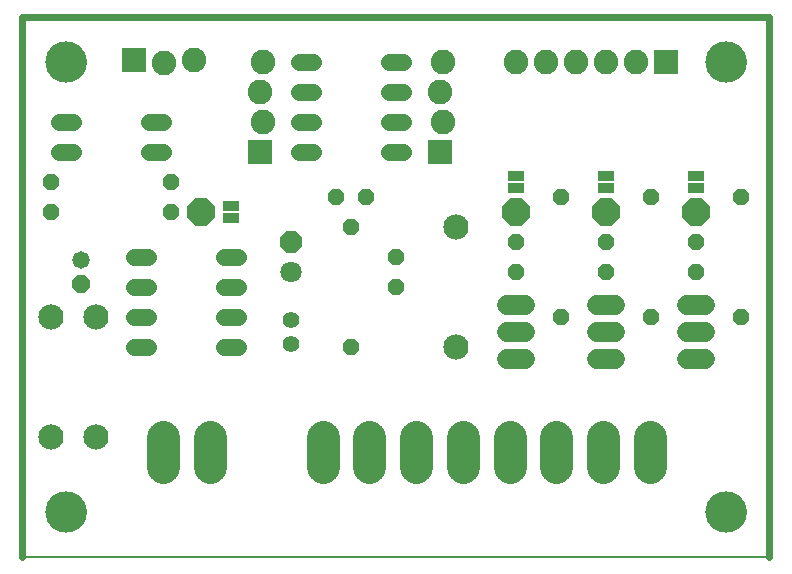
<source format=gbs>
G75*
%MOIN*%
%OFA0B0*%
%FSLAX24Y24*%
%IPPOS*%
%LPD*%
%AMOC8*
5,1,8,0,0,1.08239X$1,22.5*
%
%ADD10C,0.0080*%
%ADD11C,0.0240*%
%ADD12C,0.0680*%
%ADD13C,0.0000*%
%ADD14C,0.1380*%
%ADD15C,0.0580*%
%ADD16OC8,0.0580*%
%ADD17OC8,0.0710*%
%ADD18C,0.0710*%
%ADD19OC8,0.0560*%
%ADD20C,0.0560*%
%ADD21C,0.0552*%
%ADD22C,0.0840*%
%ADD23R,0.0820X0.0820*%
%ADD24C,0.0820*%
%ADD25R,0.0580X0.0330*%
%ADD26OC8,0.0930*%
%ADD27C,0.1084*%
D10*
X006373Y004935D02*
X031273Y004935D01*
D11*
X006373Y004935D02*
X006373Y022931D01*
X031273Y022931D01*
X031273Y004935D01*
D12*
X029133Y011535D02*
X028533Y011535D01*
X028533Y012435D02*
X029133Y012435D01*
X029133Y013335D02*
X028533Y013335D01*
X026133Y013335D02*
X025533Y013335D01*
X025533Y012435D02*
X026133Y012435D01*
X026133Y011535D02*
X025533Y011535D01*
X023133Y011535D02*
X022533Y011535D01*
X022533Y012435D02*
X023133Y012435D01*
X023133Y013335D02*
X022533Y013335D01*
D13*
X029183Y006435D02*
X029185Y006485D01*
X029191Y006535D01*
X029201Y006585D01*
X029214Y006633D01*
X029231Y006681D01*
X029252Y006727D01*
X029276Y006771D01*
X029304Y006813D01*
X029335Y006853D01*
X029369Y006890D01*
X029406Y006925D01*
X029445Y006956D01*
X029486Y006985D01*
X029530Y007010D01*
X029576Y007032D01*
X029623Y007050D01*
X029671Y007064D01*
X029720Y007075D01*
X029770Y007082D01*
X029820Y007085D01*
X029871Y007084D01*
X029921Y007079D01*
X029971Y007070D01*
X030019Y007058D01*
X030067Y007041D01*
X030113Y007021D01*
X030158Y006998D01*
X030201Y006971D01*
X030241Y006941D01*
X030279Y006908D01*
X030314Y006872D01*
X030347Y006833D01*
X030376Y006792D01*
X030402Y006749D01*
X030425Y006704D01*
X030444Y006657D01*
X030459Y006609D01*
X030471Y006560D01*
X030479Y006510D01*
X030483Y006460D01*
X030483Y006410D01*
X030479Y006360D01*
X030471Y006310D01*
X030459Y006261D01*
X030444Y006213D01*
X030425Y006166D01*
X030402Y006121D01*
X030376Y006078D01*
X030347Y006037D01*
X030314Y005998D01*
X030279Y005962D01*
X030241Y005929D01*
X030201Y005899D01*
X030158Y005872D01*
X030113Y005849D01*
X030067Y005829D01*
X030019Y005812D01*
X029971Y005800D01*
X029921Y005791D01*
X029871Y005786D01*
X029820Y005785D01*
X029770Y005788D01*
X029720Y005795D01*
X029671Y005806D01*
X029623Y005820D01*
X029576Y005838D01*
X029530Y005860D01*
X029486Y005885D01*
X029445Y005914D01*
X029406Y005945D01*
X029369Y005980D01*
X029335Y006017D01*
X029304Y006057D01*
X029276Y006099D01*
X029252Y006143D01*
X029231Y006189D01*
X029214Y006237D01*
X029201Y006285D01*
X029191Y006335D01*
X029185Y006385D01*
X029183Y006435D01*
X029183Y021435D02*
X029185Y021485D01*
X029191Y021535D01*
X029201Y021585D01*
X029214Y021633D01*
X029231Y021681D01*
X029252Y021727D01*
X029276Y021771D01*
X029304Y021813D01*
X029335Y021853D01*
X029369Y021890D01*
X029406Y021925D01*
X029445Y021956D01*
X029486Y021985D01*
X029530Y022010D01*
X029576Y022032D01*
X029623Y022050D01*
X029671Y022064D01*
X029720Y022075D01*
X029770Y022082D01*
X029820Y022085D01*
X029871Y022084D01*
X029921Y022079D01*
X029971Y022070D01*
X030019Y022058D01*
X030067Y022041D01*
X030113Y022021D01*
X030158Y021998D01*
X030201Y021971D01*
X030241Y021941D01*
X030279Y021908D01*
X030314Y021872D01*
X030347Y021833D01*
X030376Y021792D01*
X030402Y021749D01*
X030425Y021704D01*
X030444Y021657D01*
X030459Y021609D01*
X030471Y021560D01*
X030479Y021510D01*
X030483Y021460D01*
X030483Y021410D01*
X030479Y021360D01*
X030471Y021310D01*
X030459Y021261D01*
X030444Y021213D01*
X030425Y021166D01*
X030402Y021121D01*
X030376Y021078D01*
X030347Y021037D01*
X030314Y020998D01*
X030279Y020962D01*
X030241Y020929D01*
X030201Y020899D01*
X030158Y020872D01*
X030113Y020849D01*
X030067Y020829D01*
X030019Y020812D01*
X029971Y020800D01*
X029921Y020791D01*
X029871Y020786D01*
X029820Y020785D01*
X029770Y020788D01*
X029720Y020795D01*
X029671Y020806D01*
X029623Y020820D01*
X029576Y020838D01*
X029530Y020860D01*
X029486Y020885D01*
X029445Y020914D01*
X029406Y020945D01*
X029369Y020980D01*
X029335Y021017D01*
X029304Y021057D01*
X029276Y021099D01*
X029252Y021143D01*
X029231Y021189D01*
X029214Y021237D01*
X029201Y021285D01*
X029191Y021335D01*
X029185Y021385D01*
X029183Y021435D01*
X007183Y021435D02*
X007185Y021485D01*
X007191Y021535D01*
X007201Y021585D01*
X007214Y021633D01*
X007231Y021681D01*
X007252Y021727D01*
X007276Y021771D01*
X007304Y021813D01*
X007335Y021853D01*
X007369Y021890D01*
X007406Y021925D01*
X007445Y021956D01*
X007486Y021985D01*
X007530Y022010D01*
X007576Y022032D01*
X007623Y022050D01*
X007671Y022064D01*
X007720Y022075D01*
X007770Y022082D01*
X007820Y022085D01*
X007871Y022084D01*
X007921Y022079D01*
X007971Y022070D01*
X008019Y022058D01*
X008067Y022041D01*
X008113Y022021D01*
X008158Y021998D01*
X008201Y021971D01*
X008241Y021941D01*
X008279Y021908D01*
X008314Y021872D01*
X008347Y021833D01*
X008376Y021792D01*
X008402Y021749D01*
X008425Y021704D01*
X008444Y021657D01*
X008459Y021609D01*
X008471Y021560D01*
X008479Y021510D01*
X008483Y021460D01*
X008483Y021410D01*
X008479Y021360D01*
X008471Y021310D01*
X008459Y021261D01*
X008444Y021213D01*
X008425Y021166D01*
X008402Y021121D01*
X008376Y021078D01*
X008347Y021037D01*
X008314Y020998D01*
X008279Y020962D01*
X008241Y020929D01*
X008201Y020899D01*
X008158Y020872D01*
X008113Y020849D01*
X008067Y020829D01*
X008019Y020812D01*
X007971Y020800D01*
X007921Y020791D01*
X007871Y020786D01*
X007820Y020785D01*
X007770Y020788D01*
X007720Y020795D01*
X007671Y020806D01*
X007623Y020820D01*
X007576Y020838D01*
X007530Y020860D01*
X007486Y020885D01*
X007445Y020914D01*
X007406Y020945D01*
X007369Y020980D01*
X007335Y021017D01*
X007304Y021057D01*
X007276Y021099D01*
X007252Y021143D01*
X007231Y021189D01*
X007214Y021237D01*
X007201Y021285D01*
X007191Y021335D01*
X007185Y021385D01*
X007183Y021435D01*
X007183Y006435D02*
X007185Y006485D01*
X007191Y006535D01*
X007201Y006585D01*
X007214Y006633D01*
X007231Y006681D01*
X007252Y006727D01*
X007276Y006771D01*
X007304Y006813D01*
X007335Y006853D01*
X007369Y006890D01*
X007406Y006925D01*
X007445Y006956D01*
X007486Y006985D01*
X007530Y007010D01*
X007576Y007032D01*
X007623Y007050D01*
X007671Y007064D01*
X007720Y007075D01*
X007770Y007082D01*
X007820Y007085D01*
X007871Y007084D01*
X007921Y007079D01*
X007971Y007070D01*
X008019Y007058D01*
X008067Y007041D01*
X008113Y007021D01*
X008158Y006998D01*
X008201Y006971D01*
X008241Y006941D01*
X008279Y006908D01*
X008314Y006872D01*
X008347Y006833D01*
X008376Y006792D01*
X008402Y006749D01*
X008425Y006704D01*
X008444Y006657D01*
X008459Y006609D01*
X008471Y006560D01*
X008479Y006510D01*
X008483Y006460D01*
X008483Y006410D01*
X008479Y006360D01*
X008471Y006310D01*
X008459Y006261D01*
X008444Y006213D01*
X008425Y006166D01*
X008402Y006121D01*
X008376Y006078D01*
X008347Y006037D01*
X008314Y005998D01*
X008279Y005962D01*
X008241Y005929D01*
X008201Y005899D01*
X008158Y005872D01*
X008113Y005849D01*
X008067Y005829D01*
X008019Y005812D01*
X007971Y005800D01*
X007921Y005791D01*
X007871Y005786D01*
X007820Y005785D01*
X007770Y005788D01*
X007720Y005795D01*
X007671Y005806D01*
X007623Y005820D01*
X007576Y005838D01*
X007530Y005860D01*
X007486Y005885D01*
X007445Y005914D01*
X007406Y005945D01*
X007369Y005980D01*
X007335Y006017D01*
X007304Y006057D01*
X007276Y006099D01*
X007252Y006143D01*
X007231Y006189D01*
X007214Y006237D01*
X007201Y006285D01*
X007191Y006335D01*
X007185Y006385D01*
X007183Y006435D01*
D14*
X007833Y006435D03*
X007833Y021435D03*
X029833Y021435D03*
X029833Y006435D03*
D15*
X008333Y014835D03*
D16*
X008333Y014035D03*
D17*
X015333Y015435D03*
D18*
X015333Y014435D03*
D19*
X017333Y015935D03*
X017833Y016935D03*
X016833Y016935D03*
X018833Y014935D03*
X018833Y013935D03*
X017333Y011935D03*
X022833Y014435D03*
X022833Y015435D03*
X024333Y016935D03*
X025833Y015435D03*
X025833Y014435D03*
X027333Y012935D03*
X028833Y014435D03*
X028833Y015435D03*
X030333Y016935D03*
X027333Y016935D03*
X030333Y012935D03*
X024333Y012935D03*
X011333Y016435D03*
X011333Y017435D03*
X007333Y017435D03*
X007333Y016435D03*
D20*
X007593Y018435D02*
X008073Y018435D01*
X008073Y019435D02*
X007593Y019435D01*
X010593Y019435D02*
X011073Y019435D01*
X011073Y018435D02*
X010593Y018435D01*
X010573Y014935D02*
X010093Y014935D01*
X010093Y013935D02*
X010573Y013935D01*
X010573Y012935D02*
X010093Y012935D01*
X010093Y011935D02*
X010573Y011935D01*
X013093Y011935D02*
X013573Y011935D01*
X013573Y012935D02*
X013093Y012935D01*
X013093Y013935D02*
X013573Y013935D01*
X013573Y014935D02*
X013093Y014935D01*
X015593Y018435D02*
X016073Y018435D01*
X016073Y019435D02*
X015593Y019435D01*
X015593Y020435D02*
X016073Y020435D01*
X016073Y021435D02*
X015593Y021435D01*
X018593Y021435D02*
X019073Y021435D01*
X019073Y020435D02*
X018593Y020435D01*
X018593Y019435D02*
X019073Y019435D01*
X019073Y018435D02*
X018593Y018435D01*
D21*
X015333Y012829D03*
X015333Y012041D03*
D22*
X020833Y011935D03*
X020833Y015935D03*
X008833Y012935D03*
X007333Y012935D03*
X007333Y008935D03*
X008833Y008935D03*
D23*
X014283Y018435D03*
X010083Y021485D03*
X020283Y018435D03*
X027833Y021435D03*
D24*
X026833Y021435D03*
X025833Y021435D03*
X024833Y021435D03*
X023833Y021435D03*
X022833Y021435D03*
X020383Y021435D03*
X020283Y020435D03*
X020383Y019435D03*
X014383Y019435D03*
X014283Y020435D03*
X014383Y021435D03*
X012083Y021485D03*
X011083Y021385D03*
D25*
X013333Y016635D03*
X013333Y016235D03*
X022833Y017235D03*
X022833Y017635D03*
X025833Y017635D03*
X025833Y017235D03*
X028833Y017235D03*
X028833Y017635D03*
D26*
X028833Y016435D03*
X025833Y016435D03*
X022833Y016435D03*
X012333Y016435D03*
D27*
X012612Y008937D02*
X012612Y007933D01*
X011053Y007933D02*
X011053Y008937D01*
X016376Y008937D02*
X016376Y007933D01*
X017935Y007933D02*
X017935Y008937D01*
X019494Y008937D02*
X019494Y007933D01*
X021053Y007933D02*
X021053Y008937D01*
X022612Y008937D02*
X022612Y007933D01*
X024172Y007933D02*
X024172Y008937D01*
X025731Y008937D02*
X025731Y007933D01*
X027290Y007933D02*
X027290Y008937D01*
M02*

</source>
